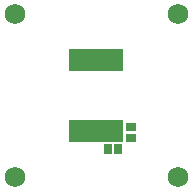
<source format=gbs>
G04*
G04 #@! TF.GenerationSoftware,Altium Limited,Altium Designer,24.4.1 (13)*
G04*
G04 Layer_Color=16711935*
%FSLAX44Y44*%
%MOMM*%
G71*
G04*
G04 #@! TF.SameCoordinates,3A254B37-44D2-41AC-B17A-D77AFD25B485*
G04*
G04*
G04 #@! TF.FilePolarity,Negative*
G04*
G01*
G75*
%ADD21C,1.7272*%
%ADD28R,0.6532X1.9032*%
%ADD29R,0.8432X0.8032*%
%ADD30R,0.8032X0.8432*%
D21*
X-69000Y-69000D02*
D03*
X69000D02*
D03*
Y69000D02*
D03*
X-69000D02*
D03*
D28*
X19500Y-30000D02*
D03*
X13000D02*
D03*
X6500D02*
D03*
X-0D02*
D03*
X-6500D02*
D03*
X-13000D02*
D03*
X-19500D02*
D03*
X19500Y30000D02*
D03*
X13000D02*
D03*
X6500D02*
D03*
X-0D02*
D03*
X-6500D02*
D03*
X-13000D02*
D03*
X-19500D02*
D03*
D29*
X29000Y-26600D02*
D03*
Y-35400D02*
D03*
D30*
X9600Y-45000D02*
D03*
X18400D02*
D03*
M02*

</source>
